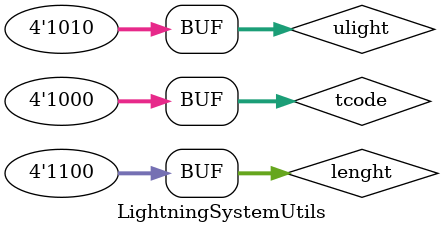
<source format=v>
/*--  *******************************************************
--  Computer Architecture Course, Laboratory Sources 
--  Amirkabir University of Technology (Tehran Polytechnic)
--  Department of Computer Engineering (CE-AUT)
--  https://ce[dot]aut[dot]ac[dot]ir
--  *******************************************************
--  All Rights reserved (C) 2019-2020
--  *******************************************************
--  Student ID  : 
--  Student Name: 
--  Student Mail: 
--  *******************************************************
--  Additional Comments:
--
--*/

/*-----------------------------------------------------------
---  Module Name: Lighting System Utils
---  Description: Module4:
-----------------------------------------------------------*/
`timescale 1 ns/1 ns
module LightningSystemUtils();

	reg [3:0] tcode, ulight, lenght;
	wire [3:0] wshade, lightnum;
	wire [15:0] lightstate;

	LightingSystem uut (
		.tcode(tcode), 
		.ulight(ulight), 
		.lenght(lenght), 
		.wshade(wshade), 
		.lightnum(lightnum), 
		.lightstate(lightstate)
	);

	initial begin
		tcode = 4'b0000; ulight = 4'b1010; lenght = 4'b1100; #100;
		tcode = 4'b0001; #100;
		tcode = 4'b0010; #100;
		tcode = 4'b0100; #100;
		tcode = 4'b1000; #100;  
	end
      
endmodule
</source>
